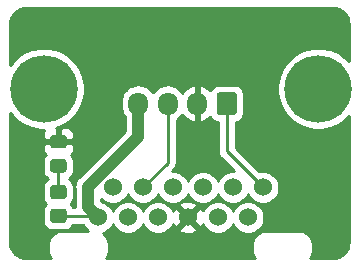
<source format=gtl>
G04 #@! TF.GenerationSoftware,KiCad,Pcbnew,5.1.9+dfsg1-1*
G04 #@! TF.CreationDate,2023-03-08T16:00:21+09:00*
G04 #@! TF.ProjectId,audio-io-breakout-pajeromini,61756469-6f2d-4696-9f2d-627265616b6f,rev?*
G04 #@! TF.SameCoordinates,Original*
G04 #@! TF.FileFunction,Copper,L1,Top*
G04 #@! TF.FilePolarity,Positive*
%FSLAX46Y46*%
G04 Gerber Fmt 4.6, Leading zero omitted, Abs format (unit mm)*
G04 Created by KiCad (PCBNEW 5.1.9+dfsg1-1) date 2023-03-08 16:00:21*
%MOMM*%
%LPD*%
G01*
G04 APERTURE LIST*
G04 #@! TA.AperFunction,ComponentPad*
%ADD10C,5.700000*%
G04 #@! TD*
G04 #@! TA.AperFunction,ComponentPad*
%ADD11C,1.524000*%
G04 #@! TD*
G04 #@! TA.AperFunction,ComponentPad*
%ADD12O,1.700000X1.950000*%
G04 #@! TD*
G04 #@! TA.AperFunction,ViaPad*
%ADD13C,0.800000*%
G04 #@! TD*
G04 #@! TA.AperFunction,Conductor*
%ADD14C,0.250000*%
G04 #@! TD*
G04 #@! TA.AperFunction,Conductor*
%ADD15C,1.000000*%
G04 #@! TD*
G04 #@! TA.AperFunction,Conductor*
%ADD16C,0.254000*%
G04 #@! TD*
G04 #@! TA.AperFunction,Conductor*
%ADD17C,0.100000*%
G04 #@! TD*
G04 APERTURE END LIST*
D10*
X88750000Y-77500000D03*
X112000000Y-77500000D03*
D11*
X107315000Y-85852000D03*
X104775000Y-85852000D03*
X102235000Y-85852000D03*
X99695000Y-85852000D03*
X97155000Y-85852000D03*
X94615000Y-85852000D03*
X106045000Y-88392000D03*
X103505000Y-88392000D03*
X100965000Y-88392000D03*
X98425000Y-88392000D03*
X95885000Y-88392000D03*
X93345000Y-88392000D03*
G04 #@! TA.AperFunction,SMDPad,CuDef*
G36*
G01*
X89549999Y-83450000D02*
X90450001Y-83450000D01*
G75*
G02*
X90700000Y-83699999I0J-249999D01*
G01*
X90700000Y-84350001D01*
G75*
G02*
X90450001Y-84600000I-249999J0D01*
G01*
X89549999Y-84600000D01*
G75*
G02*
X89300000Y-84350001I0J249999D01*
G01*
X89300000Y-83699999D01*
G75*
G02*
X89549999Y-83450000I249999J0D01*
G01*
G37*
G04 #@! TD.AperFunction*
G04 #@! TA.AperFunction,SMDPad,CuDef*
G36*
G01*
X89549999Y-81400000D02*
X90450001Y-81400000D01*
G75*
G02*
X90700000Y-81649999I0J-249999D01*
G01*
X90700000Y-82300001D01*
G75*
G02*
X90450001Y-82550000I-249999J0D01*
G01*
X89549999Y-82550000D01*
G75*
G02*
X89300000Y-82300001I0J249999D01*
G01*
X89300000Y-81649999D01*
G75*
G02*
X89549999Y-81400000I249999J0D01*
G01*
G37*
G04 #@! TD.AperFunction*
G04 #@! TA.AperFunction,SMDPad,CuDef*
G36*
G01*
X89549999Y-87650000D02*
X90450001Y-87650000D01*
G75*
G02*
X90700000Y-87899999I0J-249999D01*
G01*
X90700000Y-88600001D01*
G75*
G02*
X90450001Y-88850000I-249999J0D01*
G01*
X89549999Y-88850000D01*
G75*
G02*
X89300000Y-88600001I0J249999D01*
G01*
X89300000Y-87899999D01*
G75*
G02*
X89549999Y-87650000I249999J0D01*
G01*
G37*
G04 #@! TD.AperFunction*
G04 #@! TA.AperFunction,SMDPad,CuDef*
G36*
G01*
X89549999Y-85650000D02*
X90450001Y-85650000D01*
G75*
G02*
X90700000Y-85899999I0J-249999D01*
G01*
X90700000Y-86600001D01*
G75*
G02*
X90450001Y-86850000I-249999J0D01*
G01*
X89549999Y-86850000D01*
G75*
G02*
X89300000Y-86600001I0J249999D01*
G01*
X89300000Y-85899999D01*
G75*
G02*
X89549999Y-85650000I249999J0D01*
G01*
G37*
G04 #@! TD.AperFunction*
G04 #@! TA.AperFunction,ComponentPad*
G36*
G01*
X105100000Y-78025000D02*
X105100000Y-79475000D01*
G75*
G02*
X104850000Y-79725000I-250000J0D01*
G01*
X103650000Y-79725000D01*
G75*
G02*
X103400000Y-79475000I0J250000D01*
G01*
X103400000Y-78025000D01*
G75*
G02*
X103650000Y-77775000I250000J0D01*
G01*
X104850000Y-77775000D01*
G75*
G02*
X105100000Y-78025000I0J-250000D01*
G01*
G37*
G04 #@! TD.AperFunction*
D12*
X101750000Y-78750000D03*
X99250000Y-78750000D03*
X96750000Y-78750000D03*
D13*
X105750000Y-91000000D03*
X95000000Y-91000000D03*
D14*
X104250000Y-82787000D02*
X107315000Y-85852000D01*
X104250000Y-78750000D02*
X104250000Y-82787000D01*
D15*
X93345000Y-88392000D02*
X92500000Y-87547000D01*
X96750000Y-81553238D02*
X96750000Y-78750000D01*
X92500000Y-85803238D02*
X96750000Y-81553238D01*
X92500000Y-87547000D02*
X92500000Y-85803238D01*
D14*
X93203000Y-88250000D02*
X93345000Y-88392000D01*
X90000000Y-88250000D02*
X93203000Y-88250000D01*
X90000000Y-86250000D02*
X90000000Y-84025000D01*
X99250000Y-83757000D02*
X99250000Y-78750000D01*
X97155000Y-85852000D02*
X99250000Y-83757000D01*
D16*
X113509659Y-70688625D02*
X113759429Y-70764035D01*
X113989792Y-70886522D01*
X114191980Y-71051422D01*
X114358286Y-71252450D01*
X114482378Y-71481954D01*
X114559531Y-71731195D01*
X114590000Y-72021089D01*
X114590000Y-75161466D01*
X114221558Y-74793024D01*
X113650766Y-74411633D01*
X113016537Y-74148927D01*
X112343242Y-74015000D01*
X111656758Y-74015000D01*
X110983463Y-74148927D01*
X110349234Y-74411633D01*
X109778442Y-74793024D01*
X109293024Y-75278442D01*
X108911633Y-75849234D01*
X108648927Y-76483463D01*
X108515000Y-77156758D01*
X108515000Y-77843242D01*
X108648927Y-78516537D01*
X108911633Y-79150766D01*
X109293024Y-79721558D01*
X109778442Y-80206976D01*
X110349234Y-80588367D01*
X110983463Y-80851073D01*
X111656758Y-80985000D01*
X112343242Y-80985000D01*
X113016537Y-80851073D01*
X113650766Y-80588367D01*
X114221558Y-80206976D01*
X114590000Y-79838534D01*
X114590001Y-90467711D01*
X114561375Y-90759660D01*
X114485965Y-91009429D01*
X114363477Y-91239794D01*
X114198579Y-91441979D01*
X113997546Y-91608288D01*
X113768046Y-91732378D01*
X113518805Y-91809531D01*
X113228911Y-91840000D01*
X111326995Y-91840000D01*
X111330681Y-91834452D01*
X111364488Y-91785079D01*
X111368870Y-91776973D01*
X111415415Y-91689434D01*
X111438197Y-91634159D01*
X111461775Y-91579149D01*
X111464500Y-91570345D01*
X111493156Y-91475432D01*
X111504773Y-91416759D01*
X111517212Y-91358242D01*
X111518175Y-91349077D01*
X111527850Y-91250406D01*
X111527850Y-91250402D01*
X111531000Y-91218419D01*
X111531000Y-90645581D01*
X111528251Y-90617668D01*
X111528272Y-90614633D01*
X111527372Y-90605462D01*
X111522238Y-90556616D01*
X111521450Y-90548617D01*
X111521369Y-90548350D01*
X111517008Y-90506860D01*
X111504984Y-90448286D01*
X111493771Y-90389504D01*
X111491107Y-90380683D01*
X111461789Y-90285973D01*
X111438636Y-90230895D01*
X111416202Y-90175368D01*
X111411875Y-90167232D01*
X111364720Y-90080020D01*
X111331270Y-90030429D01*
X111298514Y-89980371D01*
X111292689Y-89973230D01*
X111229493Y-89896838D01*
X111187058Y-89854699D01*
X111145195Y-89811949D01*
X111138094Y-89806075D01*
X111061263Y-89743413D01*
X111011467Y-89710329D01*
X110962079Y-89676512D01*
X110953973Y-89672130D01*
X110866434Y-89625585D01*
X110811159Y-89602803D01*
X110756149Y-89579225D01*
X110747346Y-89576500D01*
X110652432Y-89547844D01*
X110593752Y-89536225D01*
X110535242Y-89523788D01*
X110526077Y-89522825D01*
X110427406Y-89513150D01*
X110427402Y-89513150D01*
X110395419Y-89510000D01*
X107536581Y-89510000D01*
X107508668Y-89512749D01*
X107505633Y-89512728D01*
X107496462Y-89513628D01*
X107447616Y-89518762D01*
X107439617Y-89519550D01*
X107439350Y-89519631D01*
X107397860Y-89523992D01*
X107339286Y-89536016D01*
X107280504Y-89547229D01*
X107271683Y-89549893D01*
X107176973Y-89579211D01*
X107121895Y-89602364D01*
X107066368Y-89624798D01*
X107058232Y-89629125D01*
X106971020Y-89676280D01*
X106921429Y-89709730D01*
X106871371Y-89742486D01*
X106864230Y-89748311D01*
X106787838Y-89811507D01*
X106745709Y-89853932D01*
X106702949Y-89895805D01*
X106697075Y-89902906D01*
X106634413Y-89979737D01*
X106601329Y-90029533D01*
X106567512Y-90078921D01*
X106563130Y-90087027D01*
X106516585Y-90174566D01*
X106493813Y-90229816D01*
X106470225Y-90284851D01*
X106467500Y-90293654D01*
X106438844Y-90388568D01*
X106427225Y-90447248D01*
X106414788Y-90505758D01*
X106413825Y-90514923D01*
X106404150Y-90613594D01*
X106404150Y-90613599D01*
X106401000Y-90645582D01*
X106401000Y-91218419D01*
X106403749Y-91246332D01*
X106403728Y-91249367D01*
X106404628Y-91258538D01*
X106409762Y-91307384D01*
X106410550Y-91315383D01*
X106410631Y-91315650D01*
X106414992Y-91357140D01*
X106427016Y-91415714D01*
X106438229Y-91474496D01*
X106440893Y-91483317D01*
X106470211Y-91578028D01*
X106493370Y-91633119D01*
X106515798Y-91688632D01*
X106520125Y-91696768D01*
X106567280Y-91783980D01*
X106600730Y-91833571D01*
X106604936Y-91840000D01*
X94054995Y-91840000D01*
X94058681Y-91834452D01*
X94092488Y-91785079D01*
X94096870Y-91776973D01*
X94143415Y-91689434D01*
X94166197Y-91634159D01*
X94189775Y-91579149D01*
X94192500Y-91570345D01*
X94221156Y-91475432D01*
X94232773Y-91416759D01*
X94245212Y-91358242D01*
X94246175Y-91349077D01*
X94255850Y-91250406D01*
X94255850Y-91250402D01*
X94259000Y-91218419D01*
X94259000Y-90645581D01*
X94256251Y-90617668D01*
X94256272Y-90614633D01*
X94255372Y-90605462D01*
X94250238Y-90556616D01*
X94249450Y-90548617D01*
X94249369Y-90548350D01*
X94245008Y-90506860D01*
X94232984Y-90448286D01*
X94221771Y-90389504D01*
X94219107Y-90380683D01*
X94189789Y-90285973D01*
X94166636Y-90230895D01*
X94144202Y-90175368D01*
X94139875Y-90167232D01*
X94092720Y-90080020D01*
X94059270Y-90030429D01*
X94026514Y-89980371D01*
X94020689Y-89973230D01*
X93957493Y-89896838D01*
X93915058Y-89854699D01*
X93873195Y-89811949D01*
X93866094Y-89806075D01*
X93789263Y-89743413D01*
X93767632Y-89729042D01*
X94006727Y-89630005D01*
X94235535Y-89477120D01*
X94430120Y-89282535D01*
X94583005Y-89053727D01*
X94615000Y-88976485D01*
X94646995Y-89053727D01*
X94799880Y-89282535D01*
X94994465Y-89477120D01*
X95223273Y-89630005D01*
X95477510Y-89735314D01*
X95747408Y-89789000D01*
X96022592Y-89789000D01*
X96292490Y-89735314D01*
X96546727Y-89630005D01*
X96775535Y-89477120D01*
X96970120Y-89282535D01*
X97123005Y-89053727D01*
X97155000Y-88976485D01*
X97186995Y-89053727D01*
X97339880Y-89282535D01*
X97534465Y-89477120D01*
X97763273Y-89630005D01*
X98017510Y-89735314D01*
X98287408Y-89789000D01*
X98562592Y-89789000D01*
X98832490Y-89735314D01*
X99086727Y-89630005D01*
X99315535Y-89477120D01*
X99435090Y-89357565D01*
X100179040Y-89357565D01*
X100246020Y-89597656D01*
X100495048Y-89714756D01*
X100762135Y-89781023D01*
X101037017Y-89793910D01*
X101309133Y-89752922D01*
X101568023Y-89659636D01*
X101683980Y-89597656D01*
X101750960Y-89357565D01*
X100965000Y-88571605D01*
X100179040Y-89357565D01*
X99435090Y-89357565D01*
X99510120Y-89282535D01*
X99663005Y-89053727D01*
X99692692Y-88982057D01*
X99697364Y-88995023D01*
X99759344Y-89110980D01*
X99999435Y-89177960D01*
X100785395Y-88392000D01*
X101144605Y-88392000D01*
X101930565Y-89177960D01*
X102170656Y-89110980D01*
X102234485Y-88975240D01*
X102266995Y-89053727D01*
X102419880Y-89282535D01*
X102614465Y-89477120D01*
X102843273Y-89630005D01*
X103097510Y-89735314D01*
X103367408Y-89789000D01*
X103642592Y-89789000D01*
X103912490Y-89735314D01*
X104166727Y-89630005D01*
X104395535Y-89477120D01*
X104590120Y-89282535D01*
X104743005Y-89053727D01*
X104775000Y-88976485D01*
X104806995Y-89053727D01*
X104959880Y-89282535D01*
X105154465Y-89477120D01*
X105383273Y-89630005D01*
X105637510Y-89735314D01*
X105907408Y-89789000D01*
X106182592Y-89789000D01*
X106452490Y-89735314D01*
X106706727Y-89630005D01*
X106935535Y-89477120D01*
X107130120Y-89282535D01*
X107283005Y-89053727D01*
X107388314Y-88799490D01*
X107442000Y-88529592D01*
X107442000Y-88254408D01*
X107388314Y-87984510D01*
X107283005Y-87730273D01*
X107130120Y-87501465D01*
X106935535Y-87306880D01*
X106706727Y-87153995D01*
X106452490Y-87048686D01*
X106182592Y-86995000D01*
X105907408Y-86995000D01*
X105637510Y-87048686D01*
X105383273Y-87153995D01*
X105154465Y-87306880D01*
X104959880Y-87501465D01*
X104806995Y-87730273D01*
X104775000Y-87807515D01*
X104743005Y-87730273D01*
X104590120Y-87501465D01*
X104395535Y-87306880D01*
X104166727Y-87153995D01*
X103912490Y-87048686D01*
X103642592Y-86995000D01*
X103367408Y-86995000D01*
X103097510Y-87048686D01*
X102843273Y-87153995D01*
X102614465Y-87306880D01*
X102419880Y-87501465D01*
X102266995Y-87730273D01*
X102237308Y-87801943D01*
X102232636Y-87788977D01*
X102170656Y-87673020D01*
X101930565Y-87606040D01*
X101144605Y-88392000D01*
X100785395Y-88392000D01*
X99999435Y-87606040D01*
X99759344Y-87673020D01*
X99695515Y-87808760D01*
X99663005Y-87730273D01*
X99510120Y-87501465D01*
X99435090Y-87426435D01*
X100179040Y-87426435D01*
X100965000Y-88212395D01*
X101750960Y-87426435D01*
X101683980Y-87186344D01*
X101434952Y-87069244D01*
X101167865Y-87002977D01*
X100892983Y-86990090D01*
X100620867Y-87031078D01*
X100361977Y-87124364D01*
X100246020Y-87186344D01*
X100179040Y-87426435D01*
X99435090Y-87426435D01*
X99315535Y-87306880D01*
X99086727Y-87153995D01*
X98832490Y-87048686D01*
X98562592Y-86995000D01*
X98287408Y-86995000D01*
X98017510Y-87048686D01*
X97763273Y-87153995D01*
X97534465Y-87306880D01*
X97339880Y-87501465D01*
X97186995Y-87730273D01*
X97155000Y-87807515D01*
X97123005Y-87730273D01*
X96970120Y-87501465D01*
X96775535Y-87306880D01*
X96546727Y-87153995D01*
X96292490Y-87048686D01*
X96022592Y-86995000D01*
X95747408Y-86995000D01*
X95477510Y-87048686D01*
X95223273Y-87153995D01*
X94994465Y-87306880D01*
X94799880Y-87501465D01*
X94646995Y-87730273D01*
X94615000Y-87807515D01*
X94583005Y-87730273D01*
X94430120Y-87501465D01*
X94235535Y-87306880D01*
X94006727Y-87153995D01*
X93752490Y-87048686D01*
X93635000Y-87025316D01*
X93635000Y-86847655D01*
X93724465Y-86937120D01*
X93953273Y-87090005D01*
X94207510Y-87195314D01*
X94477408Y-87249000D01*
X94752592Y-87249000D01*
X95022490Y-87195314D01*
X95276727Y-87090005D01*
X95505535Y-86937120D01*
X95700120Y-86742535D01*
X95853005Y-86513727D01*
X95885000Y-86436485D01*
X95916995Y-86513727D01*
X96069880Y-86742535D01*
X96264465Y-86937120D01*
X96493273Y-87090005D01*
X96747510Y-87195314D01*
X97017408Y-87249000D01*
X97292592Y-87249000D01*
X97562490Y-87195314D01*
X97816727Y-87090005D01*
X98045535Y-86937120D01*
X98240120Y-86742535D01*
X98393005Y-86513727D01*
X98425000Y-86436485D01*
X98456995Y-86513727D01*
X98609880Y-86742535D01*
X98804465Y-86937120D01*
X99033273Y-87090005D01*
X99287510Y-87195314D01*
X99557408Y-87249000D01*
X99832592Y-87249000D01*
X100102490Y-87195314D01*
X100356727Y-87090005D01*
X100585535Y-86937120D01*
X100780120Y-86742535D01*
X100933005Y-86513727D01*
X100965000Y-86436485D01*
X100996995Y-86513727D01*
X101149880Y-86742535D01*
X101344465Y-86937120D01*
X101573273Y-87090005D01*
X101827510Y-87195314D01*
X102097408Y-87249000D01*
X102372592Y-87249000D01*
X102642490Y-87195314D01*
X102896727Y-87090005D01*
X103125535Y-86937120D01*
X103320120Y-86742535D01*
X103473005Y-86513727D01*
X103505000Y-86436485D01*
X103536995Y-86513727D01*
X103689880Y-86742535D01*
X103884465Y-86937120D01*
X104113273Y-87090005D01*
X104367510Y-87195314D01*
X104637408Y-87249000D01*
X104912592Y-87249000D01*
X105182490Y-87195314D01*
X105436727Y-87090005D01*
X105665535Y-86937120D01*
X105860120Y-86742535D01*
X106013005Y-86513727D01*
X106045000Y-86436485D01*
X106076995Y-86513727D01*
X106229880Y-86742535D01*
X106424465Y-86937120D01*
X106653273Y-87090005D01*
X106907510Y-87195314D01*
X107177408Y-87249000D01*
X107452592Y-87249000D01*
X107722490Y-87195314D01*
X107976727Y-87090005D01*
X108205535Y-86937120D01*
X108400120Y-86742535D01*
X108553005Y-86513727D01*
X108658314Y-86259490D01*
X108712000Y-85989592D01*
X108712000Y-85714408D01*
X108658314Y-85444510D01*
X108553005Y-85190273D01*
X108400120Y-84961465D01*
X108205535Y-84766880D01*
X107976727Y-84613995D01*
X107722490Y-84508686D01*
X107452592Y-84455000D01*
X107177408Y-84455000D01*
X107023430Y-84485628D01*
X105010000Y-82472199D01*
X105010000Y-80347313D01*
X105023254Y-80346008D01*
X105189850Y-80295472D01*
X105343386Y-80213405D01*
X105477962Y-80102962D01*
X105588405Y-79968386D01*
X105670472Y-79814850D01*
X105721008Y-79648254D01*
X105738072Y-79475000D01*
X105738072Y-78025000D01*
X105721008Y-77851746D01*
X105670472Y-77685150D01*
X105588405Y-77531614D01*
X105477962Y-77397038D01*
X105343386Y-77286595D01*
X105189850Y-77204528D01*
X105023254Y-77153992D01*
X104850000Y-77136928D01*
X103650000Y-77136928D01*
X103476746Y-77153992D01*
X103310150Y-77204528D01*
X103156614Y-77286595D01*
X103022038Y-77397038D01*
X102911595Y-77531614D01*
X102855286Y-77636961D01*
X102839049Y-77615571D01*
X102621193Y-77422504D01*
X102369858Y-77275648D01*
X102106890Y-77183524D01*
X101877000Y-77304845D01*
X101877000Y-78623000D01*
X101897000Y-78623000D01*
X101897000Y-78877000D01*
X101877000Y-78877000D01*
X101877000Y-80195155D01*
X102106890Y-80316476D01*
X102369858Y-80224352D01*
X102621193Y-80077496D01*
X102839049Y-79884429D01*
X102855286Y-79863039D01*
X102911595Y-79968386D01*
X103022038Y-80102962D01*
X103156614Y-80213405D01*
X103310150Y-80295472D01*
X103476746Y-80346008D01*
X103490000Y-80347313D01*
X103490001Y-82749668D01*
X103486324Y-82787000D01*
X103500998Y-82935985D01*
X103544454Y-83079246D01*
X103615026Y-83211276D01*
X103656099Y-83261323D01*
X103710000Y-83327001D01*
X103738998Y-83350799D01*
X104843199Y-84455000D01*
X104637408Y-84455000D01*
X104367510Y-84508686D01*
X104113273Y-84613995D01*
X103884465Y-84766880D01*
X103689880Y-84961465D01*
X103536995Y-85190273D01*
X103505000Y-85267515D01*
X103473005Y-85190273D01*
X103320120Y-84961465D01*
X103125535Y-84766880D01*
X102896727Y-84613995D01*
X102642490Y-84508686D01*
X102372592Y-84455000D01*
X102097408Y-84455000D01*
X101827510Y-84508686D01*
X101573273Y-84613995D01*
X101344465Y-84766880D01*
X101149880Y-84961465D01*
X100996995Y-85190273D01*
X100965000Y-85267515D01*
X100933005Y-85190273D01*
X100780120Y-84961465D01*
X100585535Y-84766880D01*
X100356727Y-84613995D01*
X100102490Y-84508686D01*
X99832592Y-84455000D01*
X99626803Y-84455000D01*
X99761009Y-84320794D01*
X99790001Y-84297001D01*
X99813795Y-84268008D01*
X99813799Y-84268004D01*
X99884973Y-84181277D01*
X99884974Y-84181276D01*
X99955546Y-84049247D01*
X99999003Y-83905986D01*
X100010000Y-83794333D01*
X100010000Y-83794324D01*
X100013676Y-83757001D01*
X100010000Y-83719678D01*
X100010000Y-80152594D01*
X100079013Y-80115706D01*
X100305134Y-79930134D01*
X100490706Y-79704014D01*
X100504462Y-79678278D01*
X100660951Y-79884429D01*
X100878807Y-80077496D01*
X101130142Y-80224352D01*
X101393110Y-80316476D01*
X101623000Y-80195155D01*
X101623000Y-78877000D01*
X101603000Y-78877000D01*
X101603000Y-78623000D01*
X101623000Y-78623000D01*
X101623000Y-77304845D01*
X101393110Y-77183524D01*
X101130142Y-77275648D01*
X100878807Y-77422504D01*
X100660951Y-77615571D01*
X100504462Y-77821722D01*
X100490706Y-77795986D01*
X100305134Y-77569866D01*
X100079014Y-77384294D01*
X99821034Y-77246401D01*
X99541111Y-77161487D01*
X99250000Y-77132815D01*
X98958890Y-77161487D01*
X98678967Y-77246401D01*
X98420987Y-77384294D01*
X98194866Y-77569866D01*
X98009294Y-77795986D01*
X98000000Y-77813374D01*
X97990706Y-77795986D01*
X97805134Y-77569866D01*
X97579014Y-77384294D01*
X97321034Y-77246401D01*
X97041111Y-77161487D01*
X96750000Y-77132815D01*
X96458890Y-77161487D01*
X96178967Y-77246401D01*
X95920987Y-77384294D01*
X95694866Y-77569866D01*
X95509294Y-77795986D01*
X95371401Y-78053966D01*
X95286487Y-78333889D01*
X95265000Y-78552050D01*
X95265000Y-78947949D01*
X95286487Y-79166110D01*
X95371401Y-79446033D01*
X95509294Y-79704013D01*
X95615001Y-79832817D01*
X95615000Y-81083105D01*
X91736860Y-84961247D01*
X91693552Y-84996789D01*
X91551717Y-85169615D01*
X91524247Y-85221008D01*
X91446324Y-85366792D01*
X91381423Y-85580740D01*
X91359509Y-85803238D01*
X91365000Y-85858989D01*
X91365000Y-87490000D01*
X91232976Y-87490000D01*
X91188405Y-87406613D01*
X91077962Y-87272038D01*
X91051109Y-87250000D01*
X91077962Y-87227962D01*
X91188405Y-87093387D01*
X91270472Y-86939851D01*
X91321008Y-86773255D01*
X91338072Y-86600001D01*
X91338072Y-85899999D01*
X91321008Y-85726745D01*
X91270472Y-85560149D01*
X91188405Y-85406613D01*
X91077962Y-85272038D01*
X90943387Y-85161595D01*
X90874923Y-85125000D01*
X90943387Y-85088405D01*
X91077962Y-84977962D01*
X91188405Y-84843387D01*
X91270472Y-84689851D01*
X91321008Y-84523255D01*
X91338072Y-84350001D01*
X91338072Y-83699999D01*
X91321008Y-83526745D01*
X91270472Y-83360149D01*
X91188405Y-83206613D01*
X91077962Y-83072038D01*
X91071406Y-83066658D01*
X91151185Y-83001185D01*
X91230537Y-82904494D01*
X91289502Y-82794180D01*
X91325812Y-82674482D01*
X91338072Y-82550000D01*
X91335000Y-82260750D01*
X91176250Y-82102000D01*
X90127000Y-82102000D01*
X90127000Y-82122000D01*
X89873000Y-82122000D01*
X89873000Y-82102000D01*
X88823750Y-82102000D01*
X88665000Y-82260750D01*
X88661928Y-82550000D01*
X88674188Y-82674482D01*
X88710498Y-82794180D01*
X88769463Y-82904494D01*
X88848815Y-83001185D01*
X88928594Y-83066658D01*
X88922038Y-83072038D01*
X88811595Y-83206613D01*
X88729528Y-83360149D01*
X88678992Y-83526745D01*
X88661928Y-83699999D01*
X88661928Y-84350001D01*
X88678992Y-84523255D01*
X88729528Y-84689851D01*
X88811595Y-84843387D01*
X88922038Y-84977962D01*
X89056613Y-85088405D01*
X89125077Y-85125000D01*
X89056613Y-85161595D01*
X88922038Y-85272038D01*
X88811595Y-85406613D01*
X88729528Y-85560149D01*
X88678992Y-85726745D01*
X88661928Y-85899999D01*
X88661928Y-86600001D01*
X88678992Y-86773255D01*
X88729528Y-86939851D01*
X88811595Y-87093387D01*
X88922038Y-87227962D01*
X88948891Y-87250000D01*
X88922038Y-87272038D01*
X88811595Y-87406613D01*
X88729528Y-87560149D01*
X88678992Y-87726745D01*
X88661928Y-87899999D01*
X88661928Y-88600001D01*
X88678992Y-88773255D01*
X88729528Y-88939851D01*
X88811595Y-89093387D01*
X88922038Y-89227962D01*
X89056613Y-89338405D01*
X89210149Y-89420472D01*
X89376745Y-89471008D01*
X89549999Y-89488072D01*
X90450001Y-89488072D01*
X90623255Y-89471008D01*
X90789851Y-89420472D01*
X90943387Y-89338405D01*
X91077962Y-89227962D01*
X91188405Y-89093387D01*
X91232976Y-89010000D01*
X92088883Y-89010000D01*
X92106995Y-89053727D01*
X92259880Y-89282535D01*
X92454465Y-89477120D01*
X92503673Y-89510000D01*
X90264581Y-89510000D01*
X90236668Y-89512749D01*
X90233633Y-89512728D01*
X90224462Y-89513628D01*
X90175616Y-89518762D01*
X90167617Y-89519550D01*
X90167350Y-89519631D01*
X90125860Y-89523992D01*
X90067286Y-89536016D01*
X90008504Y-89547229D01*
X89999683Y-89549893D01*
X89904973Y-89579211D01*
X89849895Y-89602364D01*
X89794368Y-89624798D01*
X89786232Y-89629125D01*
X89699020Y-89676280D01*
X89649429Y-89709730D01*
X89599371Y-89742486D01*
X89592230Y-89748311D01*
X89515838Y-89811507D01*
X89473709Y-89853932D01*
X89430949Y-89895805D01*
X89425075Y-89902906D01*
X89362413Y-89979737D01*
X89329329Y-90029533D01*
X89295512Y-90078921D01*
X89291130Y-90087027D01*
X89244585Y-90174566D01*
X89221813Y-90229816D01*
X89198225Y-90284851D01*
X89195500Y-90293654D01*
X89166844Y-90388568D01*
X89155225Y-90447248D01*
X89142788Y-90505758D01*
X89141825Y-90514923D01*
X89132150Y-90613594D01*
X89132150Y-90613599D01*
X89129000Y-90645582D01*
X89129000Y-91218419D01*
X89131749Y-91246332D01*
X89131728Y-91249367D01*
X89132628Y-91258538D01*
X89137762Y-91307384D01*
X89138550Y-91315383D01*
X89138631Y-91315650D01*
X89142992Y-91357140D01*
X89155016Y-91415714D01*
X89166229Y-91474496D01*
X89168893Y-91483317D01*
X89198211Y-91578028D01*
X89221370Y-91633119D01*
X89243798Y-91688632D01*
X89248125Y-91696768D01*
X89295280Y-91783980D01*
X89328730Y-91833571D01*
X89332936Y-91840000D01*
X87282279Y-91840000D01*
X86990340Y-91811375D01*
X86740571Y-91735965D01*
X86510206Y-91613477D01*
X86308021Y-91448579D01*
X86141712Y-91247546D01*
X86017622Y-91018046D01*
X85940469Y-90768805D01*
X85910000Y-90478911D01*
X85910000Y-79522474D01*
X86043024Y-79721558D01*
X86528442Y-80206976D01*
X87099234Y-80588367D01*
X87733463Y-80851073D01*
X88406758Y-80985000D01*
X88819119Y-80985000D01*
X88769463Y-81045506D01*
X88710498Y-81155820D01*
X88674188Y-81275518D01*
X88661928Y-81400000D01*
X88665000Y-81689250D01*
X88823750Y-81848000D01*
X89873000Y-81848000D01*
X89873000Y-80923750D01*
X90127000Y-80923750D01*
X90127000Y-81848000D01*
X91176250Y-81848000D01*
X91335000Y-81689250D01*
X91338072Y-81400000D01*
X91325812Y-81275518D01*
X91289502Y-81155820D01*
X91230537Y-81045506D01*
X91151185Y-80948815D01*
X91054494Y-80869463D01*
X90944180Y-80810498D01*
X90824482Y-80774188D01*
X90700000Y-80761928D01*
X90285750Y-80765000D01*
X90127000Y-80923750D01*
X89873000Y-80923750D01*
X89790427Y-80841177D01*
X90400766Y-80588367D01*
X90971558Y-80206976D01*
X91456976Y-79721558D01*
X91838367Y-79150766D01*
X92101073Y-78516537D01*
X92235000Y-77843242D01*
X92235000Y-77156758D01*
X92101073Y-76483463D01*
X91838367Y-75849234D01*
X91456976Y-75278442D01*
X90971558Y-74793024D01*
X90400766Y-74411633D01*
X89766537Y-74148927D01*
X89093242Y-74015000D01*
X88406758Y-74015000D01*
X87733463Y-74148927D01*
X87099234Y-74411633D01*
X86528442Y-74793024D01*
X86043024Y-75278442D01*
X85910000Y-75477526D01*
X85910000Y-72032279D01*
X85938625Y-71740341D01*
X86014035Y-71490571D01*
X86136522Y-71260208D01*
X86301422Y-71058020D01*
X86502450Y-70891714D01*
X86731954Y-70767622D01*
X86981195Y-70690469D01*
X87271088Y-70660000D01*
X113217721Y-70660000D01*
X113509659Y-70688625D01*
G04 #@! TA.AperFunction,Conductor*
D17*
G36*
X113509659Y-70688625D02*
G01*
X113759429Y-70764035D01*
X113989792Y-70886522D01*
X114191980Y-71051422D01*
X114358286Y-71252450D01*
X114482378Y-71481954D01*
X114559531Y-71731195D01*
X114590000Y-72021089D01*
X114590000Y-75161466D01*
X114221558Y-74793024D01*
X113650766Y-74411633D01*
X113016537Y-74148927D01*
X112343242Y-74015000D01*
X111656758Y-74015000D01*
X110983463Y-74148927D01*
X110349234Y-74411633D01*
X109778442Y-74793024D01*
X109293024Y-75278442D01*
X108911633Y-75849234D01*
X108648927Y-76483463D01*
X108515000Y-77156758D01*
X108515000Y-77843242D01*
X108648927Y-78516537D01*
X108911633Y-79150766D01*
X109293024Y-79721558D01*
X109778442Y-80206976D01*
X110349234Y-80588367D01*
X110983463Y-80851073D01*
X111656758Y-80985000D01*
X112343242Y-80985000D01*
X113016537Y-80851073D01*
X113650766Y-80588367D01*
X114221558Y-80206976D01*
X114590000Y-79838534D01*
X114590001Y-90467711D01*
X114561375Y-90759660D01*
X114485965Y-91009429D01*
X114363477Y-91239794D01*
X114198579Y-91441979D01*
X113997546Y-91608288D01*
X113768046Y-91732378D01*
X113518805Y-91809531D01*
X113228911Y-91840000D01*
X111326995Y-91840000D01*
X111330681Y-91834452D01*
X111364488Y-91785079D01*
X111368870Y-91776973D01*
X111415415Y-91689434D01*
X111438197Y-91634159D01*
X111461775Y-91579149D01*
X111464500Y-91570345D01*
X111493156Y-91475432D01*
X111504773Y-91416759D01*
X111517212Y-91358242D01*
X111518175Y-91349077D01*
X111527850Y-91250406D01*
X111527850Y-91250402D01*
X111531000Y-91218419D01*
X111531000Y-90645581D01*
X111528251Y-90617668D01*
X111528272Y-90614633D01*
X111527372Y-90605462D01*
X111522238Y-90556616D01*
X111521450Y-90548617D01*
X111521369Y-90548350D01*
X111517008Y-90506860D01*
X111504984Y-90448286D01*
X111493771Y-90389504D01*
X111491107Y-90380683D01*
X111461789Y-90285973D01*
X111438636Y-90230895D01*
X111416202Y-90175368D01*
X111411875Y-90167232D01*
X111364720Y-90080020D01*
X111331270Y-90030429D01*
X111298514Y-89980371D01*
X111292689Y-89973230D01*
X111229493Y-89896838D01*
X111187058Y-89854699D01*
X111145195Y-89811949D01*
X111138094Y-89806075D01*
X111061263Y-89743413D01*
X111011467Y-89710329D01*
X110962079Y-89676512D01*
X110953973Y-89672130D01*
X110866434Y-89625585D01*
X110811159Y-89602803D01*
X110756149Y-89579225D01*
X110747346Y-89576500D01*
X110652432Y-89547844D01*
X110593752Y-89536225D01*
X110535242Y-89523788D01*
X110526077Y-89522825D01*
X110427406Y-89513150D01*
X110427402Y-89513150D01*
X110395419Y-89510000D01*
X107536581Y-89510000D01*
X107508668Y-89512749D01*
X107505633Y-89512728D01*
X107496462Y-89513628D01*
X107447616Y-89518762D01*
X107439617Y-89519550D01*
X107439350Y-89519631D01*
X107397860Y-89523992D01*
X107339286Y-89536016D01*
X107280504Y-89547229D01*
X107271683Y-89549893D01*
X107176973Y-89579211D01*
X107121895Y-89602364D01*
X107066368Y-89624798D01*
X107058232Y-89629125D01*
X106971020Y-89676280D01*
X106921429Y-89709730D01*
X106871371Y-89742486D01*
X106864230Y-89748311D01*
X106787838Y-89811507D01*
X106745709Y-89853932D01*
X106702949Y-89895805D01*
X106697075Y-89902906D01*
X106634413Y-89979737D01*
X106601329Y-90029533D01*
X106567512Y-90078921D01*
X106563130Y-90087027D01*
X106516585Y-90174566D01*
X106493813Y-90229816D01*
X106470225Y-90284851D01*
X106467500Y-90293654D01*
X106438844Y-90388568D01*
X106427225Y-90447248D01*
X106414788Y-90505758D01*
X106413825Y-90514923D01*
X106404150Y-90613594D01*
X106404150Y-90613599D01*
X106401000Y-90645582D01*
X106401000Y-91218419D01*
X106403749Y-91246332D01*
X106403728Y-91249367D01*
X106404628Y-91258538D01*
X106409762Y-91307384D01*
X106410550Y-91315383D01*
X106410631Y-91315650D01*
X106414992Y-91357140D01*
X106427016Y-91415714D01*
X106438229Y-91474496D01*
X106440893Y-91483317D01*
X106470211Y-91578028D01*
X106493370Y-91633119D01*
X106515798Y-91688632D01*
X106520125Y-91696768D01*
X106567280Y-91783980D01*
X106600730Y-91833571D01*
X106604936Y-91840000D01*
X94054995Y-91840000D01*
X94058681Y-91834452D01*
X94092488Y-91785079D01*
X94096870Y-91776973D01*
X94143415Y-91689434D01*
X94166197Y-91634159D01*
X94189775Y-91579149D01*
X94192500Y-91570345D01*
X94221156Y-91475432D01*
X94232773Y-91416759D01*
X94245212Y-91358242D01*
X94246175Y-91349077D01*
X94255850Y-91250406D01*
X94255850Y-91250402D01*
X94259000Y-91218419D01*
X94259000Y-90645581D01*
X94256251Y-90617668D01*
X94256272Y-90614633D01*
X94255372Y-90605462D01*
X94250238Y-90556616D01*
X94249450Y-90548617D01*
X94249369Y-90548350D01*
X94245008Y-90506860D01*
X94232984Y-90448286D01*
X94221771Y-90389504D01*
X94219107Y-90380683D01*
X94189789Y-90285973D01*
X94166636Y-90230895D01*
X94144202Y-90175368D01*
X94139875Y-90167232D01*
X94092720Y-90080020D01*
X94059270Y-90030429D01*
X94026514Y-89980371D01*
X94020689Y-89973230D01*
X93957493Y-89896838D01*
X93915058Y-89854699D01*
X93873195Y-89811949D01*
X93866094Y-89806075D01*
X93789263Y-89743413D01*
X93767632Y-89729042D01*
X94006727Y-89630005D01*
X94235535Y-89477120D01*
X94430120Y-89282535D01*
X94583005Y-89053727D01*
X94615000Y-88976485D01*
X94646995Y-89053727D01*
X94799880Y-89282535D01*
X94994465Y-89477120D01*
X95223273Y-89630005D01*
X95477510Y-89735314D01*
X95747408Y-89789000D01*
X96022592Y-89789000D01*
X96292490Y-89735314D01*
X96546727Y-89630005D01*
X96775535Y-89477120D01*
X96970120Y-89282535D01*
X97123005Y-89053727D01*
X97155000Y-88976485D01*
X97186995Y-89053727D01*
X97339880Y-89282535D01*
X97534465Y-89477120D01*
X97763273Y-89630005D01*
X98017510Y-89735314D01*
X98287408Y-89789000D01*
X98562592Y-89789000D01*
X98832490Y-89735314D01*
X99086727Y-89630005D01*
X99315535Y-89477120D01*
X99435090Y-89357565D01*
X100179040Y-89357565D01*
X100246020Y-89597656D01*
X100495048Y-89714756D01*
X100762135Y-89781023D01*
X101037017Y-89793910D01*
X101309133Y-89752922D01*
X101568023Y-89659636D01*
X101683980Y-89597656D01*
X101750960Y-89357565D01*
X100965000Y-88571605D01*
X100179040Y-89357565D01*
X99435090Y-89357565D01*
X99510120Y-89282535D01*
X99663005Y-89053727D01*
X99692692Y-88982057D01*
X99697364Y-88995023D01*
X99759344Y-89110980D01*
X99999435Y-89177960D01*
X100785395Y-88392000D01*
X101144605Y-88392000D01*
X101930565Y-89177960D01*
X102170656Y-89110980D01*
X102234485Y-88975240D01*
X102266995Y-89053727D01*
X102419880Y-89282535D01*
X102614465Y-89477120D01*
X102843273Y-89630005D01*
X103097510Y-89735314D01*
X103367408Y-89789000D01*
X103642592Y-89789000D01*
X103912490Y-89735314D01*
X104166727Y-89630005D01*
X104395535Y-89477120D01*
X104590120Y-89282535D01*
X104743005Y-89053727D01*
X104775000Y-88976485D01*
X104806995Y-89053727D01*
X104959880Y-89282535D01*
X105154465Y-89477120D01*
X105383273Y-89630005D01*
X105637510Y-89735314D01*
X105907408Y-89789000D01*
X106182592Y-89789000D01*
X106452490Y-89735314D01*
X106706727Y-89630005D01*
X106935535Y-89477120D01*
X107130120Y-89282535D01*
X107283005Y-89053727D01*
X107388314Y-88799490D01*
X107442000Y-88529592D01*
X107442000Y-88254408D01*
X107388314Y-87984510D01*
X107283005Y-87730273D01*
X107130120Y-87501465D01*
X106935535Y-87306880D01*
X106706727Y-87153995D01*
X106452490Y-87048686D01*
X106182592Y-86995000D01*
X105907408Y-86995000D01*
X105637510Y-87048686D01*
X105383273Y-87153995D01*
X105154465Y-87306880D01*
X104959880Y-87501465D01*
X104806995Y-87730273D01*
X104775000Y-87807515D01*
X104743005Y-87730273D01*
X104590120Y-87501465D01*
X104395535Y-87306880D01*
X104166727Y-87153995D01*
X103912490Y-87048686D01*
X103642592Y-86995000D01*
X103367408Y-86995000D01*
X103097510Y-87048686D01*
X102843273Y-87153995D01*
X102614465Y-87306880D01*
X102419880Y-87501465D01*
X102266995Y-87730273D01*
X102237308Y-87801943D01*
X102232636Y-87788977D01*
X102170656Y-87673020D01*
X101930565Y-87606040D01*
X101144605Y-88392000D01*
X100785395Y-88392000D01*
X99999435Y-87606040D01*
X99759344Y-87673020D01*
X99695515Y-87808760D01*
X99663005Y-87730273D01*
X99510120Y-87501465D01*
X99435090Y-87426435D01*
X100179040Y-87426435D01*
X100965000Y-88212395D01*
X101750960Y-87426435D01*
X101683980Y-87186344D01*
X101434952Y-87069244D01*
X101167865Y-87002977D01*
X100892983Y-86990090D01*
X100620867Y-87031078D01*
X100361977Y-87124364D01*
X100246020Y-87186344D01*
X100179040Y-87426435D01*
X99435090Y-87426435D01*
X99315535Y-87306880D01*
X99086727Y-87153995D01*
X98832490Y-87048686D01*
X98562592Y-86995000D01*
X98287408Y-86995000D01*
X98017510Y-87048686D01*
X97763273Y-87153995D01*
X97534465Y-87306880D01*
X97339880Y-87501465D01*
X97186995Y-87730273D01*
X97155000Y-87807515D01*
X97123005Y-87730273D01*
X96970120Y-87501465D01*
X96775535Y-87306880D01*
X96546727Y-87153995D01*
X96292490Y-87048686D01*
X96022592Y-86995000D01*
X95747408Y-86995000D01*
X95477510Y-87048686D01*
X95223273Y-87153995D01*
X94994465Y-87306880D01*
X94799880Y-87501465D01*
X94646995Y-87730273D01*
X94615000Y-87807515D01*
X94583005Y-87730273D01*
X94430120Y-87501465D01*
X94235535Y-87306880D01*
X94006727Y-87153995D01*
X93752490Y-87048686D01*
X93635000Y-87025316D01*
X93635000Y-86847655D01*
X93724465Y-86937120D01*
X93953273Y-87090005D01*
X94207510Y-87195314D01*
X94477408Y-87249000D01*
X94752592Y-87249000D01*
X95022490Y-87195314D01*
X95276727Y-87090005D01*
X95505535Y-86937120D01*
X95700120Y-86742535D01*
X95853005Y-86513727D01*
X95885000Y-86436485D01*
X95916995Y-86513727D01*
X96069880Y-86742535D01*
X96264465Y-86937120D01*
X96493273Y-87090005D01*
X96747510Y-87195314D01*
X97017408Y-87249000D01*
X97292592Y-87249000D01*
X97562490Y-87195314D01*
X97816727Y-87090005D01*
X98045535Y-86937120D01*
X98240120Y-86742535D01*
X98393005Y-86513727D01*
X98425000Y-86436485D01*
X98456995Y-86513727D01*
X98609880Y-86742535D01*
X98804465Y-86937120D01*
X99033273Y-87090005D01*
X99287510Y-87195314D01*
X99557408Y-87249000D01*
X99832592Y-87249000D01*
X100102490Y-87195314D01*
X100356727Y-87090005D01*
X100585535Y-86937120D01*
X100780120Y-86742535D01*
X100933005Y-86513727D01*
X100965000Y-86436485D01*
X100996995Y-86513727D01*
X101149880Y-86742535D01*
X101344465Y-86937120D01*
X101573273Y-87090005D01*
X101827510Y-87195314D01*
X102097408Y-87249000D01*
X102372592Y-87249000D01*
X102642490Y-87195314D01*
X102896727Y-87090005D01*
X103125535Y-86937120D01*
X103320120Y-86742535D01*
X103473005Y-86513727D01*
X103505000Y-86436485D01*
X103536995Y-86513727D01*
X103689880Y-86742535D01*
X103884465Y-86937120D01*
X104113273Y-87090005D01*
X104367510Y-87195314D01*
X104637408Y-87249000D01*
X104912592Y-87249000D01*
X105182490Y-87195314D01*
X105436727Y-87090005D01*
X105665535Y-86937120D01*
X105860120Y-86742535D01*
X106013005Y-86513727D01*
X106045000Y-86436485D01*
X106076995Y-86513727D01*
X106229880Y-86742535D01*
X106424465Y-86937120D01*
X106653273Y-87090005D01*
X106907510Y-87195314D01*
X107177408Y-87249000D01*
X107452592Y-87249000D01*
X107722490Y-87195314D01*
X107976727Y-87090005D01*
X108205535Y-86937120D01*
X108400120Y-86742535D01*
X108553005Y-86513727D01*
X108658314Y-86259490D01*
X108712000Y-85989592D01*
X108712000Y-85714408D01*
X108658314Y-85444510D01*
X108553005Y-85190273D01*
X108400120Y-84961465D01*
X108205535Y-84766880D01*
X107976727Y-84613995D01*
X107722490Y-84508686D01*
X107452592Y-84455000D01*
X107177408Y-84455000D01*
X107023430Y-84485628D01*
X105010000Y-82472199D01*
X105010000Y-80347313D01*
X105023254Y-80346008D01*
X105189850Y-80295472D01*
X105343386Y-80213405D01*
X105477962Y-80102962D01*
X105588405Y-79968386D01*
X105670472Y-79814850D01*
X105721008Y-79648254D01*
X105738072Y-79475000D01*
X105738072Y-78025000D01*
X105721008Y-77851746D01*
X105670472Y-77685150D01*
X105588405Y-77531614D01*
X105477962Y-77397038D01*
X105343386Y-77286595D01*
X105189850Y-77204528D01*
X105023254Y-77153992D01*
X104850000Y-77136928D01*
X103650000Y-77136928D01*
X103476746Y-77153992D01*
X103310150Y-77204528D01*
X103156614Y-77286595D01*
X103022038Y-77397038D01*
X102911595Y-77531614D01*
X102855286Y-77636961D01*
X102839049Y-77615571D01*
X102621193Y-77422504D01*
X102369858Y-77275648D01*
X102106890Y-77183524D01*
X101877000Y-77304845D01*
X101877000Y-78623000D01*
X101897000Y-78623000D01*
X101897000Y-78877000D01*
X101877000Y-78877000D01*
X101877000Y-80195155D01*
X102106890Y-80316476D01*
X102369858Y-80224352D01*
X102621193Y-80077496D01*
X102839049Y-79884429D01*
X102855286Y-79863039D01*
X102911595Y-79968386D01*
X103022038Y-80102962D01*
X103156614Y-80213405D01*
X103310150Y-80295472D01*
X103476746Y-80346008D01*
X103490000Y-80347313D01*
X103490001Y-82749668D01*
X103486324Y-82787000D01*
X103500998Y-82935985D01*
X103544454Y-83079246D01*
X103615026Y-83211276D01*
X103656099Y-83261323D01*
X103710000Y-83327001D01*
X103738998Y-83350799D01*
X104843199Y-84455000D01*
X104637408Y-84455000D01*
X104367510Y-84508686D01*
X104113273Y-84613995D01*
X103884465Y-84766880D01*
X103689880Y-84961465D01*
X103536995Y-85190273D01*
X103505000Y-85267515D01*
X103473005Y-85190273D01*
X103320120Y-84961465D01*
X103125535Y-84766880D01*
X102896727Y-84613995D01*
X102642490Y-84508686D01*
X102372592Y-84455000D01*
X102097408Y-84455000D01*
X101827510Y-84508686D01*
X101573273Y-84613995D01*
X101344465Y-84766880D01*
X101149880Y-84961465D01*
X100996995Y-85190273D01*
X100965000Y-85267515D01*
X100933005Y-85190273D01*
X100780120Y-84961465D01*
X100585535Y-84766880D01*
X100356727Y-84613995D01*
X100102490Y-84508686D01*
X99832592Y-84455000D01*
X99626803Y-84455000D01*
X99761009Y-84320794D01*
X99790001Y-84297001D01*
X99813795Y-84268008D01*
X99813799Y-84268004D01*
X99884973Y-84181277D01*
X99884974Y-84181276D01*
X99955546Y-84049247D01*
X99999003Y-83905986D01*
X100010000Y-83794333D01*
X100010000Y-83794324D01*
X100013676Y-83757001D01*
X100010000Y-83719678D01*
X100010000Y-80152594D01*
X100079013Y-80115706D01*
X100305134Y-79930134D01*
X100490706Y-79704014D01*
X100504462Y-79678278D01*
X100660951Y-79884429D01*
X100878807Y-80077496D01*
X101130142Y-80224352D01*
X101393110Y-80316476D01*
X101623000Y-80195155D01*
X101623000Y-78877000D01*
X101603000Y-78877000D01*
X101603000Y-78623000D01*
X101623000Y-78623000D01*
X101623000Y-77304845D01*
X101393110Y-77183524D01*
X101130142Y-77275648D01*
X100878807Y-77422504D01*
X100660951Y-77615571D01*
X100504462Y-77821722D01*
X100490706Y-77795986D01*
X100305134Y-77569866D01*
X100079014Y-77384294D01*
X99821034Y-77246401D01*
X99541111Y-77161487D01*
X99250000Y-77132815D01*
X98958890Y-77161487D01*
X98678967Y-77246401D01*
X98420987Y-77384294D01*
X98194866Y-77569866D01*
X98009294Y-77795986D01*
X98000000Y-77813374D01*
X97990706Y-77795986D01*
X97805134Y-77569866D01*
X97579014Y-77384294D01*
X97321034Y-77246401D01*
X97041111Y-77161487D01*
X96750000Y-77132815D01*
X96458890Y-77161487D01*
X96178967Y-77246401D01*
X95920987Y-77384294D01*
X95694866Y-77569866D01*
X95509294Y-77795986D01*
X95371401Y-78053966D01*
X95286487Y-78333889D01*
X95265000Y-78552050D01*
X95265000Y-78947949D01*
X95286487Y-79166110D01*
X95371401Y-79446033D01*
X95509294Y-79704013D01*
X95615001Y-79832817D01*
X95615000Y-81083105D01*
X91736860Y-84961247D01*
X91693552Y-84996789D01*
X91551717Y-85169615D01*
X91524247Y-85221008D01*
X91446324Y-85366792D01*
X91381423Y-85580740D01*
X91359509Y-85803238D01*
X91365000Y-85858989D01*
X91365000Y-87490000D01*
X91232976Y-87490000D01*
X91188405Y-87406613D01*
X91077962Y-87272038D01*
X91051109Y-87250000D01*
X91077962Y-87227962D01*
X91188405Y-87093387D01*
X91270472Y-86939851D01*
X91321008Y-86773255D01*
X91338072Y-86600001D01*
X91338072Y-85899999D01*
X91321008Y-85726745D01*
X91270472Y-85560149D01*
X91188405Y-85406613D01*
X91077962Y-85272038D01*
X90943387Y-85161595D01*
X90874923Y-85125000D01*
X90943387Y-85088405D01*
X91077962Y-84977962D01*
X91188405Y-84843387D01*
X91270472Y-84689851D01*
X91321008Y-84523255D01*
X91338072Y-84350001D01*
X91338072Y-83699999D01*
X91321008Y-83526745D01*
X91270472Y-83360149D01*
X91188405Y-83206613D01*
X91077962Y-83072038D01*
X91071406Y-83066658D01*
X91151185Y-83001185D01*
X91230537Y-82904494D01*
X91289502Y-82794180D01*
X91325812Y-82674482D01*
X91338072Y-82550000D01*
X91335000Y-82260750D01*
X91176250Y-82102000D01*
X90127000Y-82102000D01*
X90127000Y-82122000D01*
X89873000Y-82122000D01*
X89873000Y-82102000D01*
X88823750Y-82102000D01*
X88665000Y-82260750D01*
X88661928Y-82550000D01*
X88674188Y-82674482D01*
X88710498Y-82794180D01*
X88769463Y-82904494D01*
X88848815Y-83001185D01*
X88928594Y-83066658D01*
X88922038Y-83072038D01*
X88811595Y-83206613D01*
X88729528Y-83360149D01*
X88678992Y-83526745D01*
X88661928Y-83699999D01*
X88661928Y-84350001D01*
X88678992Y-84523255D01*
X88729528Y-84689851D01*
X88811595Y-84843387D01*
X88922038Y-84977962D01*
X89056613Y-85088405D01*
X89125077Y-85125000D01*
X89056613Y-85161595D01*
X88922038Y-85272038D01*
X88811595Y-85406613D01*
X88729528Y-85560149D01*
X88678992Y-85726745D01*
X88661928Y-85899999D01*
X88661928Y-86600001D01*
X88678992Y-86773255D01*
X88729528Y-86939851D01*
X88811595Y-87093387D01*
X88922038Y-87227962D01*
X88948891Y-87250000D01*
X88922038Y-87272038D01*
X88811595Y-87406613D01*
X88729528Y-87560149D01*
X88678992Y-87726745D01*
X88661928Y-87899999D01*
X88661928Y-88600001D01*
X88678992Y-88773255D01*
X88729528Y-88939851D01*
X88811595Y-89093387D01*
X88922038Y-89227962D01*
X89056613Y-89338405D01*
X89210149Y-89420472D01*
X89376745Y-89471008D01*
X89549999Y-89488072D01*
X90450001Y-89488072D01*
X90623255Y-89471008D01*
X90789851Y-89420472D01*
X90943387Y-89338405D01*
X91077962Y-89227962D01*
X91188405Y-89093387D01*
X91232976Y-89010000D01*
X92088883Y-89010000D01*
X92106995Y-89053727D01*
X92259880Y-89282535D01*
X92454465Y-89477120D01*
X92503673Y-89510000D01*
X90264581Y-89510000D01*
X90236668Y-89512749D01*
X90233633Y-89512728D01*
X90224462Y-89513628D01*
X90175616Y-89518762D01*
X90167617Y-89519550D01*
X90167350Y-89519631D01*
X90125860Y-89523992D01*
X90067286Y-89536016D01*
X90008504Y-89547229D01*
X89999683Y-89549893D01*
X89904973Y-89579211D01*
X89849895Y-89602364D01*
X89794368Y-89624798D01*
X89786232Y-89629125D01*
X89699020Y-89676280D01*
X89649429Y-89709730D01*
X89599371Y-89742486D01*
X89592230Y-89748311D01*
X89515838Y-89811507D01*
X89473709Y-89853932D01*
X89430949Y-89895805D01*
X89425075Y-89902906D01*
X89362413Y-89979737D01*
X89329329Y-90029533D01*
X89295512Y-90078921D01*
X89291130Y-90087027D01*
X89244585Y-90174566D01*
X89221813Y-90229816D01*
X89198225Y-90284851D01*
X89195500Y-90293654D01*
X89166844Y-90388568D01*
X89155225Y-90447248D01*
X89142788Y-90505758D01*
X89141825Y-90514923D01*
X89132150Y-90613594D01*
X89132150Y-90613599D01*
X89129000Y-90645582D01*
X89129000Y-91218419D01*
X89131749Y-91246332D01*
X89131728Y-91249367D01*
X89132628Y-91258538D01*
X89137762Y-91307384D01*
X89138550Y-91315383D01*
X89138631Y-91315650D01*
X89142992Y-91357140D01*
X89155016Y-91415714D01*
X89166229Y-91474496D01*
X89168893Y-91483317D01*
X89198211Y-91578028D01*
X89221370Y-91633119D01*
X89243798Y-91688632D01*
X89248125Y-91696768D01*
X89295280Y-91783980D01*
X89328730Y-91833571D01*
X89332936Y-91840000D01*
X87282279Y-91840000D01*
X86990340Y-91811375D01*
X86740571Y-91735965D01*
X86510206Y-91613477D01*
X86308021Y-91448579D01*
X86141712Y-91247546D01*
X86017622Y-91018046D01*
X85940469Y-90768805D01*
X85910000Y-90478911D01*
X85910000Y-79522474D01*
X86043024Y-79721558D01*
X86528442Y-80206976D01*
X87099234Y-80588367D01*
X87733463Y-80851073D01*
X88406758Y-80985000D01*
X88819119Y-80985000D01*
X88769463Y-81045506D01*
X88710498Y-81155820D01*
X88674188Y-81275518D01*
X88661928Y-81400000D01*
X88665000Y-81689250D01*
X88823750Y-81848000D01*
X89873000Y-81848000D01*
X89873000Y-80923750D01*
X90127000Y-80923750D01*
X90127000Y-81848000D01*
X91176250Y-81848000D01*
X91335000Y-81689250D01*
X91338072Y-81400000D01*
X91325812Y-81275518D01*
X91289502Y-81155820D01*
X91230537Y-81045506D01*
X91151185Y-80948815D01*
X91054494Y-80869463D01*
X90944180Y-80810498D01*
X90824482Y-80774188D01*
X90700000Y-80761928D01*
X90285750Y-80765000D01*
X90127000Y-80923750D01*
X89873000Y-80923750D01*
X89790427Y-80841177D01*
X90400766Y-80588367D01*
X90971558Y-80206976D01*
X91456976Y-79721558D01*
X91838367Y-79150766D01*
X92101073Y-78516537D01*
X92235000Y-77843242D01*
X92235000Y-77156758D01*
X92101073Y-76483463D01*
X91838367Y-75849234D01*
X91456976Y-75278442D01*
X90971558Y-74793024D01*
X90400766Y-74411633D01*
X89766537Y-74148927D01*
X89093242Y-74015000D01*
X88406758Y-74015000D01*
X87733463Y-74148927D01*
X87099234Y-74411633D01*
X86528442Y-74793024D01*
X86043024Y-75278442D01*
X85910000Y-75477526D01*
X85910000Y-72032279D01*
X85938625Y-71740341D01*
X86014035Y-71490571D01*
X86136522Y-71260208D01*
X86301422Y-71058020D01*
X86502450Y-70891714D01*
X86731954Y-70767622D01*
X86981195Y-70690469D01*
X87271088Y-70660000D01*
X113217721Y-70660000D01*
X113509659Y-70688625D01*
G37*
G04 #@! TD.AperFunction*
M02*

</source>
